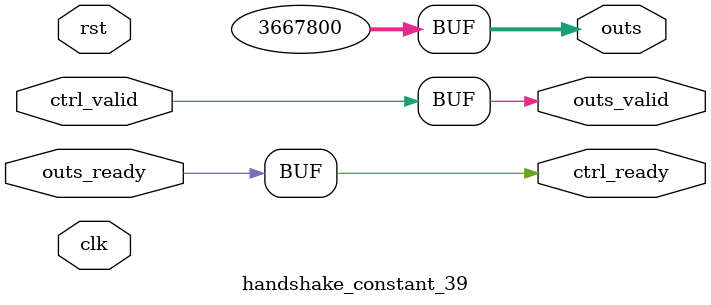
<source format=v>
`timescale 1ns / 1ps
module handshake_constant_39 #(
  parameter DATA_WIDTH = 32  // Default set to 32 bits
) (
  input                       clk,
  input                       rst,
  // Input Channel
  input                       ctrl_valid,
  output                      ctrl_ready,
  // Output Channel
  output [DATA_WIDTH - 1 : 0] outs,
  output                      outs_valid,
  input                       outs_ready
);
  assign outs       = 22'b1101111111011101011000;
  assign outs_valid = ctrl_valid;
  assign ctrl_ready = outs_ready;

endmodule

</source>
